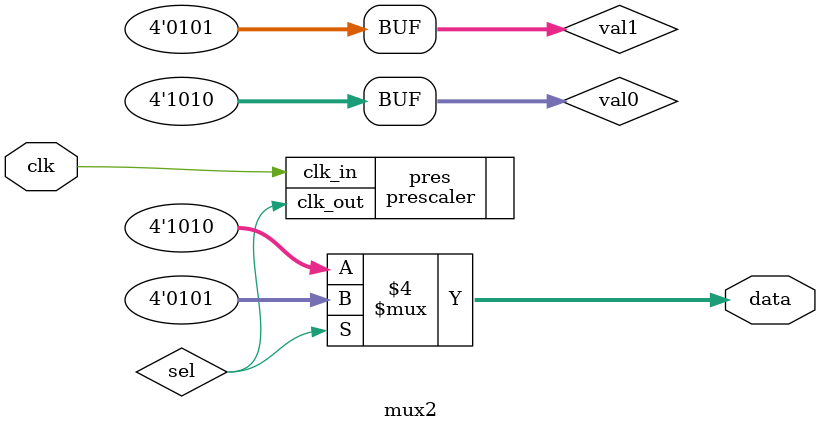
<source format=v>

module mux2(input wire clk, output reg [3:0] data);

//-- Parametros del secuenciador
parameter NP = 24;		//-- bits del prescaler
parameter VAL0 = 4'b1010;	//-- valor secuencia 0
parameter VAL1 = 4'b0101;	//-- valor secuencia 1

//-- Cables de las 3 entradas del multiplexor
wire [3:0] val0;
wire [3:0] val1;
wire sel;

//-- Por las entradas del mux cableamos los datos de entrada
assign val0 = VAL0;
assign val1 = VAL1;

//-- Implementamos el multiplexor
always @(*) begin
	if(sel == 0)
		data <= val0;
	else
		data <= val1;
end

//-- Instanciamos el prescaler
prescaler #(.N(NP))
pres (
	.clk_in(clk),
	.clk_out(sel)
);

endmodule

</source>
